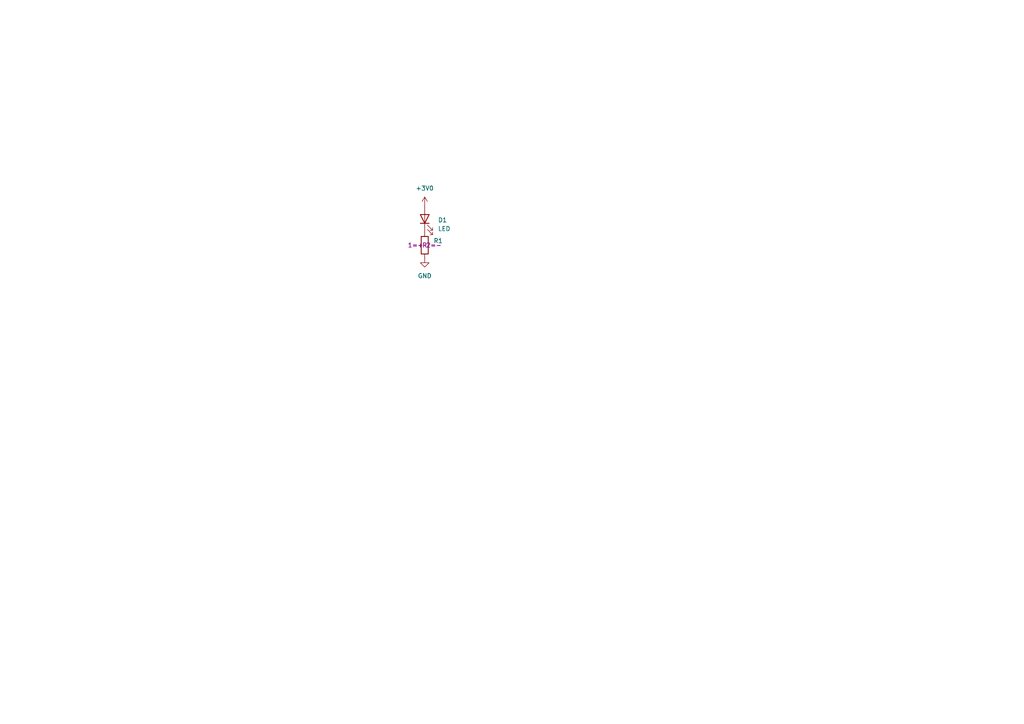
<source format=kicad_sch>
(kicad_sch
	(version 20250114)
	(generator "eeschema")
	(generator_version "9.0")
	(uuid "b85225fe-ba9a-459d-bf6f-87b482ce78a9")
	(paper "A4")
	(lib_symbols
		(symbol "Device:LED"
			(pin_numbers
				(hide yes)
			)
			(pin_names
				(offset 1.016)
				(hide yes)
			)
			(exclude_from_sim no)
			(in_bom yes)
			(on_board yes)
			(property "Reference" "D"
				(at 0 2.54 0)
				(effects
					(font
						(size 1.27 1.27)
					)
				)
			)
			(property "Value" "LED"
				(at 0 -2.54 0)
				(effects
					(font
						(size 1.27 1.27)
					)
				)
			)
			(property "Footprint" ""
				(at 0 0 0)
				(effects
					(font
						(size 1.27 1.27)
					)
					(hide yes)
				)
			)
			(property "Datasheet" "~"
				(at 0 0 0)
				(effects
					(font
						(size 1.27 1.27)
					)
					(hide yes)
				)
			)
			(property "Description" "Light emitting diode"
				(at 0 0 0)
				(effects
					(font
						(size 1.27 1.27)
					)
					(hide yes)
				)
			)
			(property "Sim.Pins" "1=K 2=A"
				(at 0 0 0)
				(effects
					(font
						(size 1.27 1.27)
					)
					(hide yes)
				)
			)
			(property "ki_keywords" "LED diode"
				(at 0 0 0)
				(effects
					(font
						(size 1.27 1.27)
					)
					(hide yes)
				)
			)
			(property "ki_fp_filters" "LED* LED_SMD:* LED_THT:*"
				(at 0 0 0)
				(effects
					(font
						(size 1.27 1.27)
					)
					(hide yes)
				)
			)
			(symbol "LED_0_1"
				(polyline
					(pts
						(xy -3.048 -0.762) (xy -4.572 -2.286) (xy -3.81 -2.286) (xy -4.572 -2.286) (xy -4.572 -1.524)
					)
					(stroke
						(width 0)
						(type default)
					)
					(fill
						(type none)
					)
				)
				(polyline
					(pts
						(xy -1.778 -0.762) (xy -3.302 -2.286) (xy -2.54 -2.286) (xy -3.302 -2.286) (xy -3.302 -1.524)
					)
					(stroke
						(width 0)
						(type default)
					)
					(fill
						(type none)
					)
				)
				(polyline
					(pts
						(xy -1.27 0) (xy 1.27 0)
					)
					(stroke
						(width 0)
						(type default)
					)
					(fill
						(type none)
					)
				)
				(polyline
					(pts
						(xy -1.27 -1.27) (xy -1.27 1.27)
					)
					(stroke
						(width 0.254)
						(type default)
					)
					(fill
						(type none)
					)
				)
				(polyline
					(pts
						(xy 1.27 -1.27) (xy 1.27 1.27) (xy -1.27 0) (xy 1.27 -1.27)
					)
					(stroke
						(width 0.254)
						(type default)
					)
					(fill
						(type none)
					)
				)
			)
			(symbol "LED_1_1"
				(pin passive line
					(at -3.81 0 0)
					(length 2.54)
					(name "K"
						(effects
							(font
								(size 1.27 1.27)
							)
						)
					)
					(number "1"
						(effects
							(font
								(size 1.27 1.27)
							)
						)
					)
				)
				(pin passive line
					(at 3.81 0 180)
					(length 2.54)
					(name "A"
						(effects
							(font
								(size 1.27 1.27)
							)
						)
					)
					(number "2"
						(effects
							(font
								(size 1.27 1.27)
							)
						)
					)
				)
			)
			(embedded_fonts no)
		)
		(symbol "Device:R"
			(pin_numbers
				(hide yes)
			)
			(pin_names
				(offset 0)
			)
			(exclude_from_sim no)
			(in_bom yes)
			(on_board yes)
			(property "Reference" "R"
				(at 2.032 0 90)
				(effects
					(font
						(size 1.27 1.27)
					)
				)
			)
			(property "Value" "R"
				(at 0 0 90)
				(effects
					(font
						(size 1.27 1.27)
					)
				)
			)
			(property "Footprint" ""
				(at -1.778 0 90)
				(effects
					(font
						(size 1.27 1.27)
					)
					(hide yes)
				)
			)
			(property "Datasheet" "~"
				(at 0 0 0)
				(effects
					(font
						(size 1.27 1.27)
					)
					(hide yes)
				)
			)
			(property "Description" "Resistor"
				(at 0 0 0)
				(effects
					(font
						(size 1.27 1.27)
					)
					(hide yes)
				)
			)
			(property "ki_keywords" "R res resistor"
				(at 0 0 0)
				(effects
					(font
						(size 1.27 1.27)
					)
					(hide yes)
				)
			)
			(property "ki_fp_filters" "R_*"
				(at 0 0 0)
				(effects
					(font
						(size 1.27 1.27)
					)
					(hide yes)
				)
			)
			(symbol "R_0_1"
				(rectangle
					(start -1.016 -2.54)
					(end 1.016 2.54)
					(stroke
						(width 0.254)
						(type default)
					)
					(fill
						(type none)
					)
				)
			)
			(symbol "R_1_1"
				(pin passive line
					(at 0 3.81 270)
					(length 1.27)
					(name "~"
						(effects
							(font
								(size 1.27 1.27)
							)
						)
					)
					(number "1"
						(effects
							(font
								(size 1.27 1.27)
							)
						)
					)
				)
				(pin passive line
					(at 0 -3.81 90)
					(length 1.27)
					(name "~"
						(effects
							(font
								(size 1.27 1.27)
							)
						)
					)
					(number "2"
						(effects
							(font
								(size 1.27 1.27)
							)
						)
					)
				)
			)
			(embedded_fonts no)
		)
		(symbol "power:+3V0"
			(power)
			(pin_numbers
				(hide yes)
			)
			(pin_names
				(offset 0)
				(hide yes)
			)
			(exclude_from_sim no)
			(in_bom yes)
			(on_board yes)
			(property "Reference" "#PWR"
				(at 0 -3.81 0)
				(effects
					(font
						(size 1.27 1.27)
					)
					(hide yes)
				)
			)
			(property "Value" "+3V0"
				(at 0 3.556 0)
				(effects
					(font
						(size 1.27 1.27)
					)
				)
			)
			(property "Footprint" ""
				(at 0 0 0)
				(effects
					(font
						(size 1.27 1.27)
					)
					(hide yes)
				)
			)
			(property "Datasheet" ""
				(at 0 0 0)
				(effects
					(font
						(size 1.27 1.27)
					)
					(hide yes)
				)
			)
			(property "Description" "Power symbol creates a global label with name \"+3V0\""
				(at 0 0 0)
				(effects
					(font
						(size 1.27 1.27)
					)
					(hide yes)
				)
			)
			(property "ki_keywords" "global power"
				(at 0 0 0)
				(effects
					(font
						(size 1.27 1.27)
					)
					(hide yes)
				)
			)
			(symbol "+3V0_0_1"
				(polyline
					(pts
						(xy -0.762 1.27) (xy 0 2.54)
					)
					(stroke
						(width 0)
						(type default)
					)
					(fill
						(type none)
					)
				)
				(polyline
					(pts
						(xy 0 2.54) (xy 0.762 1.27)
					)
					(stroke
						(width 0)
						(type default)
					)
					(fill
						(type none)
					)
				)
				(polyline
					(pts
						(xy 0 0) (xy 0 2.54)
					)
					(stroke
						(width 0)
						(type default)
					)
					(fill
						(type none)
					)
				)
			)
			(symbol "+3V0_1_1"
				(pin power_in line
					(at 0 0 90)
					(length 0)
					(name "~"
						(effects
							(font
								(size 1.27 1.27)
							)
						)
					)
					(number "1"
						(effects
							(font
								(size 1.27 1.27)
							)
						)
					)
				)
			)
			(embedded_fonts no)
		)
		(symbol "power:GND"
			(power)
			(pin_numbers
				(hide yes)
			)
			(pin_names
				(offset 0)
				(hide yes)
			)
			(exclude_from_sim no)
			(in_bom yes)
			(on_board yes)
			(property "Reference" "#PWR"
				(at 0 -6.35 0)
				(effects
					(font
						(size 1.27 1.27)
					)
					(hide yes)
				)
			)
			(property "Value" "GND"
				(at 0 -3.81 0)
				(effects
					(font
						(size 1.27 1.27)
					)
				)
			)
			(property "Footprint" ""
				(at 0 0 0)
				(effects
					(font
						(size 1.27 1.27)
					)
					(hide yes)
				)
			)
			(property "Datasheet" ""
				(at 0 0 0)
				(effects
					(font
						(size 1.27 1.27)
					)
					(hide yes)
				)
			)
			(property "Description" "Power symbol creates a global label with name \"GND\" , ground"
				(at 0 0 0)
				(effects
					(font
						(size 1.27 1.27)
					)
					(hide yes)
				)
			)
			(property "ki_keywords" "global power"
				(at 0 0 0)
				(effects
					(font
						(size 1.27 1.27)
					)
					(hide yes)
				)
			)
			(symbol "GND_0_1"
				(polyline
					(pts
						(xy 0 0) (xy 0 -1.27) (xy 1.27 -1.27) (xy 0 -2.54) (xy -1.27 -1.27) (xy 0 -1.27)
					)
					(stroke
						(width 0)
						(type default)
					)
					(fill
						(type none)
					)
				)
			)
			(symbol "GND_1_1"
				(pin power_in line
					(at 0 0 270)
					(length 0)
					(name "~"
						(effects
							(font
								(size 1.27 1.27)
							)
						)
					)
					(number "1"
						(effects
							(font
								(size 1.27 1.27)
							)
						)
					)
				)
			)
			(embedded_fonts no)
		)
	)
	(symbol
		(lib_id "power:GND")
		(at 123.19 74.93 0)
		(unit 1)
		(exclude_from_sim no)
		(in_bom yes)
		(on_board yes)
		(dnp no)
		(fields_autoplaced yes)
		(uuid "99dd5ecc-ad7b-4b51-b64f-10ed78ce25bc")
		(property "Reference" "#PWR02"
			(at 123.19 81.28 0)
			(effects
				(font
					(size 1.27 1.27)
				)
				(hide yes)
			)
		)
		(property "Value" "GND"
			(at 123.19 80.01 0)
			(effects
				(font
					(size 1.27 1.27)
				)
			)
		)
		(property "Footprint" ""
			(at 123.19 74.93 0)
			(effects
				(font
					(size 1.27 1.27)
				)
				(hide yes)
			)
		)
		(property "Datasheet" ""
			(at 123.19 74.93 0)
			(effects
				(font
					(size 1.27 1.27)
				)
				(hide yes)
			)
		)
		(property "Description" "Power symbol creates a global label with name \"GND\" , ground"
			(at 123.19 74.93 0)
			(effects
				(font
					(size 1.27 1.27)
				)
				(hide yes)
			)
		)
		(pin "1"
			(uuid "b99303b4-9329-4c1a-b562-17acd38692d6")
		)
		(instances
			(project ""
				(path "/b85225fe-ba9a-459d-bf6f-87b482ce78a9"
					(reference "#PWR02")
					(unit 1)
				)
			)
		)
	)
	(symbol
		(lib_id "Device:R")
		(at 123.19 71.12 0)
		(unit 1)
		(exclude_from_sim no)
		(in_bom yes)
		(on_board yes)
		(dnp no)
		(fields_autoplaced yes)
		(uuid "bc277192-3e9f-4fab-81da-424d858bbc00")
		(property "Reference" "R1"
			(at 125.73 69.8499 0)
			(effects
				(font
					(size 1.27 1.27)
				)
				(justify left)
			)
		)
		(property "Value" "${SIM.PARAMS}"
			(at 125.73 72.3899 0)
			(effects
				(font
					(size 1.27 1.27)
				)
				(justify left)
			)
		)
		(property "Footprint" ""
			(at 121.412 71.12 90)
			(effects
				(font
					(size 1.27 1.27)
				)
				(hide yes)
			)
		)
		(property "Datasheet" "~"
			(at 123.19 71.12 0)
			(effects
				(font
					(size 1.27 1.27)
				)
				(hide yes)
			)
		)
		(property "Description" "Resistor"
			(at 123.19 71.12 0)
			(effects
				(font
					(size 1.27 1.27)
				)
				(hide yes)
			)
		)
		(property "Sim.Device" "R"
			(at 123.19 71.12 0)
			(effects
				(font
					(size 1.27 1.27)
				)
			)
		)
		(property "Sim.Pins" "1=+ 2=-"
			(at 123.19 71.12 0)
			(effects
				(font
					(size 1.27 1.27)
				)
			)
		)
		(property "Sim.Type" "="
			(at 123.19 71.12 0)
			(effects
				(font
					(size 1.27 1.27)
				)
				(hide yes)
			)
		)
		(pin "1"
			(uuid "fda9341d-d329-4cd2-b8bb-6712b8169e59")
		)
		(pin "2"
			(uuid "597af7da-e3d6-4ef0-b016-1a4656f9c5e7")
		)
		(instances
			(project ""
				(path "/b85225fe-ba9a-459d-bf6f-87b482ce78a9"
					(reference "R1")
					(unit 1)
				)
			)
		)
	)
	(symbol
		(lib_id "power:+3V0")
		(at 123.19 59.69 0)
		(unit 1)
		(exclude_from_sim no)
		(in_bom yes)
		(on_board yes)
		(dnp no)
		(fields_autoplaced yes)
		(uuid "c1e3fa07-c15c-4119-94af-8aee3f669f2b")
		(property "Reference" "#PWR01"
			(at 123.19 63.5 0)
			(effects
				(font
					(size 1.27 1.27)
				)
				(hide yes)
			)
		)
		(property "Value" "+3V0"
			(at 123.19 54.61 0)
			(effects
				(font
					(size 1.27 1.27)
				)
			)
		)
		(property "Footprint" ""
			(at 123.19 59.69 0)
			(effects
				(font
					(size 1.27 1.27)
				)
				(hide yes)
			)
		)
		(property "Datasheet" ""
			(at 123.19 59.69 0)
			(effects
				(font
					(size 1.27 1.27)
				)
				(hide yes)
			)
		)
		(property "Description" "Power symbol creates a global label with name \"+3V0\""
			(at 123.19 59.69 0)
			(effects
				(font
					(size 1.27 1.27)
				)
				(hide yes)
			)
		)
		(pin "1"
			(uuid "41724c81-3a39-49ca-975c-985caf3207dd")
		)
		(instances
			(project ""
				(path "/b85225fe-ba9a-459d-bf6f-87b482ce78a9"
					(reference "#PWR01")
					(unit 1)
				)
			)
		)
	)
	(symbol
		(lib_id "Device:LED")
		(at 123.19 63.5 90)
		(unit 1)
		(exclude_from_sim no)
		(in_bom yes)
		(on_board yes)
		(dnp no)
		(fields_autoplaced yes)
		(uuid "da0da7ec-8900-4f37-a6de-f8bf46c77886")
		(property "Reference" "D1"
			(at 127 63.8174 90)
			(effects
				(font
					(size 1.27 1.27)
				)
				(justify right)
			)
		)
		(property "Value" "LED"
			(at 127 66.3574 90)
			(effects
				(font
					(size 1.27 1.27)
				)
				(justify right)
			)
		)
		(property "Footprint" ""
			(at 123.19 63.5 0)
			(effects
				(font
					(size 1.27 1.27)
				)
				(hide yes)
			)
		)
		(property "Datasheet" "~"
			(at 123.19 63.5 0)
			(effects
				(font
					(size 1.27 1.27)
				)
				(hide yes)
			)
		)
		(property "Description" "Light emitting diode"
			(at 123.19 63.5 0)
			(effects
				(font
					(size 1.27 1.27)
				)
				(hide yes)
			)
		)
		(property "Sim.Device" "D"
			(at 123.19 63.5 0)
			(effects
				(font
					(size 1.27 1.27)
				)
				(hide yes)
			)
		)
		(property "Sim.Pins" "1=A 2=K"
			(at 123.19 63.5 0)
			(effects
				(font
					(size 1.27 1.27)
				)
				(hide yes)
			)
		)
		(pin "1"
			(uuid "32a59b71-b1ac-42db-b50b-fe896ababdff")
		)
		(pin "2"
			(uuid "e6fa8059-189f-444b-a5e7-7be11c744080")
		)
		(instances
			(project ""
				(path "/b85225fe-ba9a-459d-bf6f-87b482ce78a9"
					(reference "D1")
					(unit 1)
				)
			)
		)
	)
	(sheet_instances
		(path "/"
			(page "1")
		)
	)
	(embedded_fonts no)
)

</source>
